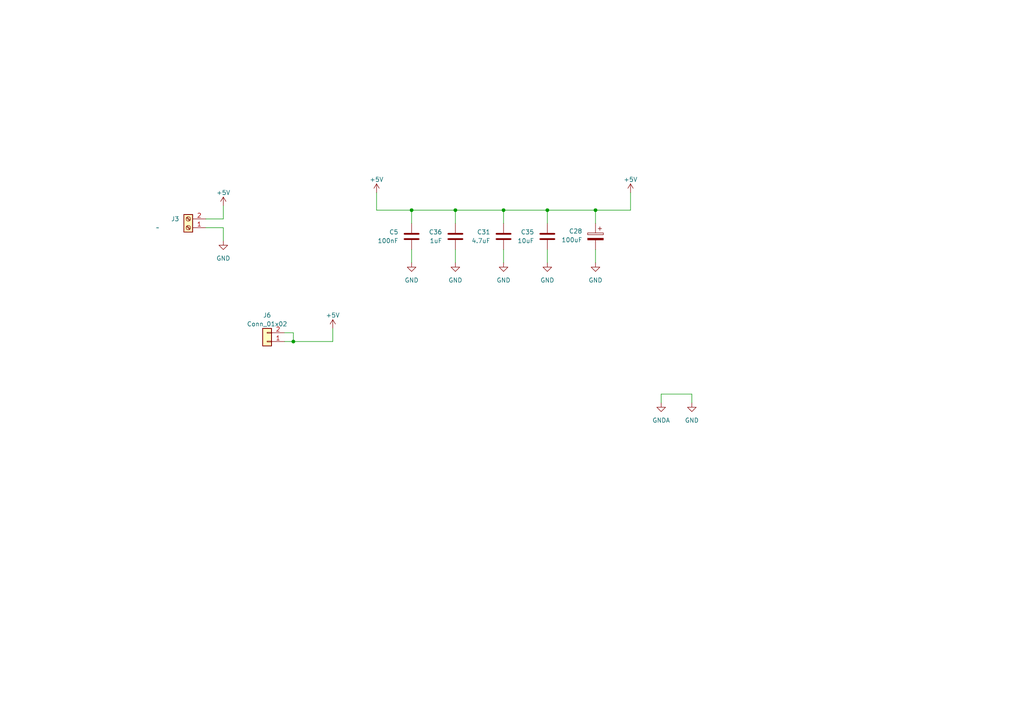
<source format=kicad_sch>
(kicad_sch (version 20230121) (generator eeschema)
  (paper "A4")
  (lib_symbols
    (symbol "Connector:Screw_Terminal_01x02" (pin_names (offset 1.016) hide)
      (property "Reference" "J" (at 0 2.54 0))
      (property "Value" "Screw_Terminal_01x02" (at 0 -5.08 0))
      (symbol "Screw_Terminal_01x02_1_1"
        (rectangle (start -1.27 1.27) (end 1.27 -3.81) (stroke (width 0.254)) (fill (type background)))
        (circle (center 0 -2.54) (radius 0.635) (stroke (width 0.1524)))
        (polyline (pts (xy -0.5334 -2.2098) (xy 0.3302 -3.048)) (stroke (width 0.1524)))
        (polyline (pts (xy -0.5334 0.3302) (xy 0.3302 -0.508)) (stroke (width 0.1524)))
        (polyline (pts (xy -0.3556 -2.032) (xy 0.508 -2.8702)) (stroke (width 0.1524)))
        (polyline (pts (xy -0.3556 0.508) (xy 0.508 -0.3302)) (stroke (width 0.1524)))
        (circle (center 0 0) (radius 0.635) (stroke (width 0.1524)))
        (pin passive line (at -5.08 0 0) (length 3.81) (name "Pin_1") (number "1"))
        (pin passive line (at -5.08 -2.54 0) (length 3.81) (name "Pin_2") (number "2"))
      )
    )
    (symbol "Connector_Generic:Conn_01x02" (pin_names (offset 1.016) hide)
      (property "Reference" "J" (at 0 2.54 0))
      (property "Value" "Conn_01x02" (at 0 -5.08 0))
      (symbol "Conn_01x02_1_1"
        (rectangle (start -1.27 -2.413) (end 0 -2.667) (stroke (width 0.1524)))
        (rectangle (start -1.27 0.127) (end 0 -0.127) (stroke (width 0.1524)))
        (rectangle (start -1.27 1.27) (end 1.27 -3.81) (stroke (width 0.254)) (fill (type background)))
        (pin passive line (at -5.08 0 0) (length 3.81) (name "Pin_1") (number "1"))
        (pin passive line (at -5.08 -2.54 0) (length 3.81) (name "Pin_2") (number "2"))
      )
    )
    (symbol "Device:C" (pin_numbers hide) (pin_names (offset 0.254))
      (property "Reference" "C" (at 0.635 2.54 0))
      (property "Value" "C" (at 0.635 -2.54 0))
      (symbol "C_0_1"
        (polyline (pts (xy -2.032 -0.762) (xy 2.032 -0.762)) (stroke (width 0.508)))
        (polyline (pts (xy -2.032 0.762) (xy 2.032 0.762)) (stroke (width 0.508)))
      )
      (symbol "C_1_1"
        (pin passive line (at 0 3.81 270) (length 2.794) (name "~") (number "1"))
        (pin passive line (at 0 -3.81 90) (length 2.794) (name "~") (number "2"))
      )
    )
    (symbol "Device:C_Polarized" (pin_numbers hide) (pin_names (offset 0.254))
      (property "Reference" "C" (at 0.635 2.54 0))
      (property "Value" "C_Polarized" (at 0.635 -2.54 0))
      (symbol "C_Polarized_0_1"
        (rectangle (start -2.286 0.508) (end 2.286 1.016))
        (polyline (pts (xy -1.778 2.286) (xy -0.762 2.286)))
        (polyline (pts (xy -1.27 2.794) (xy -1.27 1.778)))
        (rectangle (start 2.286 -0.508) (end -2.286 -1.016) (fill (type outline)))
      )
      (symbol "C_Polarized_1_1"
        (pin passive line (at 0 3.81 270) (length 2.794) (name "~") (number "1"))
        (pin passive line (at 0 -3.81 90) (length 2.794) (name "~") (number "2"))
      )
    )
    (symbol "power:+5V" (power) (pin_names (offset 0))
      (property "Value" "+5V" (at 0 3.556 0))
      (symbol "+5V_0_1"
        (polyline (pts (xy -0.762 1.27) (xy 0 2.54)))
        (polyline (pts (xy 0 0) (xy 0 2.54)))
        (polyline (pts (xy 0 2.54) (xy 0.762 1.27)))
      )
      (symbol "+5V_1_1"
        (pin power_in line (at 0 0 90) (length 0) hide (name "+5V") (number "1"))
      )
    )
    (symbol "power:GND" (power) (pin_names (offset 0))
      (property "Value" "GND" (at 0 -3.81 0))
      (symbol "GND_0_1"
        (polyline (pts (xy 0 0) (xy 0 -1.27) (xy 1.27 -1.27) (xy 0 -2.54) (xy -1.27 -1.27) (xy 0 -1.27)))
      )
      (symbol "GND_1_1"
        (pin power_in line (at 0 0 270) (length 0) hide (name "GND") (number "1"))
      )
    )
    (symbol "power:GNDA" (power) (pin_names (offset 0))
      (property "Value" "GNDA" (at 0 -3.81 0))
      (symbol "GNDA_0_1"
        (polyline (pts (xy 0 0) (xy 0 -1.27) (xy 1.27 -1.27) (xy 0 -2.54) (xy -1.27 -1.27) (xy 0 -1.27)))
      )
      (symbol "GNDA_1_1"
        (pin power_in line (at 0 0 270) (length 0) hide (name "GNDA") (number "1"))
      )
    )
  )
  (junction (at 119.38 60.96))
  (junction (at 146.05 60.96))
  (junction (at 158.75 60.96))
  (junction (at 172.72 60.96))
  (junction (at 132.08 60.96))
  (junction (at 85.09 99.06))
  (wire (pts (xy 59.69 63.5) (xy 64.77 63.5)))
  (wire (pts (xy 132.08 72.39) (xy 132.08 76.2)))
  (wire (pts (xy 85.09 99.06) (xy 96.52 99.06)))
  (wire (pts (xy 119.38 72.39) (xy 119.38 76.2)))
  (wire (pts (xy 172.72 60.96) (xy 172.72 64.77)))
  (wire (pts (xy 82.55 96.52) (xy 85.09 96.52)))
  (wire (pts (xy 146.05 72.39) (xy 146.05 76.2)))
  (wire (pts (xy 82.55 99.06) (xy 85.09 99.06)))
  (wire (pts (xy 158.75 72.39) (xy 158.75 76.2)))
  (wire (pts (xy 85.09 96.52) (xy 85.09 99.06)))
  (wire (pts (xy 119.38 60.96) (xy 132.08 60.96)))
  (wire (pts (xy 158.75 60.96) (xy 158.75 64.77)))
  (wire (pts (xy 64.77 63.5) (xy 64.77 59.69)))
  (wire (pts (xy 172.72 72.39) (xy 172.72 76.2)))
  (wire (pts (xy 182.88 60.96) (xy 182.88 55.88)))
  (wire (pts (xy 132.08 60.96) (xy 132.08 64.77)))
  (wire (pts (xy 96.52 99.06) (xy 96.52 95.25)))
  (wire (pts (xy 172.72 60.96) (xy 182.88 60.96)))
  (wire (pts (xy 200.66 114.3) (xy 191.77 114.3)))
  (wire (pts (xy 59.69 66.04) (xy 64.77 66.04)))
  (wire (pts (xy 146.05 60.96) (xy 146.05 64.77)))
  (wire (pts (xy 146.05 60.96) (xy 158.75 60.96)))
  (wire (pts (xy 64.77 66.04) (xy 64.77 69.85)))
  (wire (pts (xy 119.38 60.96) (xy 119.38 64.77)))
  (wire (pts (xy 200.66 116.84) (xy 200.66 114.3)))
  (wire (pts (xy 109.22 60.96) (xy 119.38 60.96)))
  (wire (pts (xy 132.08 60.96) (xy 146.05 60.96)))
  (wire (pts (xy 109.22 60.96) (xy 109.22 55.88)))
  (wire (pts (xy 191.77 114.3) (xy 191.77 116.84)))
  (wire (pts (xy 158.75 60.96) (xy 172.72 60.96)))
  (symbol (lib_id "Device:C_Polarized") (at 172.72 68.58 0) (mirror y) (unit 1)
    (property "Reference" "C28" (at 168.91 67.056 0) (effects (justify left)))
    (property "Value" "100uF" (at 168.91 69.596 0) (effects (justify left)))
    (property "Footprint" "Capacitor_SMD:CP_Elec_8x10" (effects hide))
    (property "LCSC" "C340742" (effects hide))
  )
  (symbol (lib_id "Connector_Generic:Conn_01x02") (at 77.47 99.06 180) (unit 1)
    (property "Reference" "J6" (at 77.47 91.44 0))
    (property "Value" "Conn_01x02" (at 77.47 93.98 0))
    (property "Footprint" "Connector_PinSocket_2.54mm:PinSocket_1x02_P2.54mm_Vertical" (effects hide))
  )
  (symbol (lib_id "Device:C") (at 119.38 68.58 0) (mirror y) (unit 1)
    (property "Reference" "C5" (at 115.57 67.31 0) (effects (justify left)))
    (property "Value" "100nF" (at 115.57 69.85 0) (effects (justify left)))
    (property "Footprint" "Capacitor_SMD:C_0805_2012Metric" (effects hide))
    (property "LCSC" "C599848" (effects hide))
    (instances (project "ledian-support-board" (path "" (reference "C5") (unit 1)) (path "" (reference "C32") (unit 1)) (path "" (reference "C30") (unit 1))))
  )
  (symbol (lib_id "power:+5V") (at 109.22 55.88 0) (unit 1)
    (property "Reference" "#PWR070" (effects hide))
    (property "Value" "+5V" (at 109.22 52.07 0))
    (instances (project "ledian-support-board" (path "" (reference "#PWR070") (unit 1)) (path "" (reference "#PWR025") (unit 1))))
  )
  (symbol (lib_id "power:+5V") (at 96.52 95.25 0) (unit 1)
    (property "Reference" "#PWR070" (effects hide))
    (property "Value" "+5V" (at 96.52 91.44 0))
    (instances (project "ledian-support-board" (path "" (reference "#PWR070") (unit 1)) (path "" (reference "#PWR045") (unit 1))))
  )
  (symbol (lib_id "power:+5V") (at 64.77 59.69 0) (unit 1)
    (property "Reference" "#PWR070" (effects hide))
    (property "Value" "+5V" (at 64.77 55.88 0))
    (instances (project "ledian-support-board" (path "" (reference "#PWR070") (unit 1)) (path "" (reference "#PWR024") (unit 1))))
  )
  (symbol (lib_id "power:GND") (at 64.77 69.85 0) (unit 1)
    (property "Reference" "#PWR01" (effects hide))
    (property "Value" "GND" (at 64.77 74.93 0))
    (instances (project "ledian-support-board" (path "" (reference "#PWR01") (unit 1)) (path "" (reference "#PWR01") (unit 1)) (path "" (reference "#PWR08") (unit 1)) (path "" (reference "#PWR086") (unit 1))))
  )
  (symbol (lib_id "Device:C") (at 132.08 68.58 0) (mirror y) (unit 1)
    (property "Reference" "C36" (at 128.27 67.31 0) (effects (justify left)))
    (property "Value" "1uF" (at 128.27 69.85 0) (effects (justify left)))
    (property "Footprint" "Capacitor_SMD:C_1206_3216Metric" (effects hide))
    (property "LCSC" "C77099" (effects hide))
  )
  (symbol (lib_id "power:GND") (at 132.08 76.2 0) (unit 1)
    (property "Reference" "#PWR01" (effects hide))
    (property "Value" "GND" (at 132.08 81.28 0))
    (instances (project "ledian-support-board" (path "" (reference "#PWR01") (unit 1)) (path "" (reference "#PWR01") (unit 1)) (path "" (reference "#PWR08") (unit 1)) (path "" (reference "#PWR027") (unit 1))))
  )
  (symbol (lib_id "Device:C") (at 146.05 68.58 0) (mirror y) (unit 1)
    (property "Reference" "C31" (at 142.24 67.31 0) (effects (justify left)))
    (property "Value" "4.7uF" (at 142.24 69.85 0) (effects (justify left)))
    (property "Footprint" "Capacitor_SMD:C_1206_3216Metric" (effects hide))
    (property "LCSC" "C77096" (effects hide))
  )
  (symbol (lib_id "power:GND") (at 172.72 76.2 0) (unit 1)
    (property "Reference" "#PWR01" (effects hide))
    (property "Value" "GND" (at 172.72 81.28 0))
    (instances (project "ledian-support-board" (path "" (reference "#PWR01") (unit 1)) (path "" (reference "#PWR01") (unit 1)) (path "" (reference "#PWR08") (unit 1)) (path "" (reference "#PWR032") (unit 1))))
  )
  (symbol (lib_id "power:GNDA") (at 191.77 116.84 0) (unit 1)
    (property "Reference" "#PWR03" (effects hide))
    (property "Value" "GNDA" (at 191.77 121.92 0))
    (instances (project "ledian-support-board" (path "" (reference "#PWR03") (unit 1)) (path "" (reference "#PWR07") (unit 1)) (path "" (reference "#PWR015") (unit 1)) (path "" (reference "#PWR091") (unit 1))))
  )
  (symbol (lib_id "Device:C") (at 158.75 68.58 0) (mirror y) (unit 1)
    (property "Reference" "C35" (at 154.94 67.31 0) (effects (justify left)))
    (property "Value" "10uF" (at 154.94 69.85 0) (effects (justify left)))
    (property "Footprint" "Capacitor_SMD:C_1210_3225Metric" (effects hide))
    (property "LCSC" "C576517" (effects hide))
  )
  (symbol (lib_id "power:+5V") (at 182.88 55.88 0) (unit 1)
    (property "Reference" "#PWR070" (effects hide))
    (property "Value" "+5V" (at 182.88 52.07 0))
    (instances (project "ledian-support-board" (path "" (reference "#PWR070") (unit 1)) (path "" (reference "#PWR087") (unit 1))))
  )
  (symbol (lib_id "power:GND") (at 119.38 76.2 0) (unit 1)
    (property "Reference" "#PWR01" (effects hide))
    (property "Value" "GND" (at 119.38 81.28 0))
    (instances (project "ledian-support-board" (path "" (reference "#PWR01") (unit 1)) (path "" (reference "#PWR01") (unit 1)) (path "" (reference "#PWR08") (unit 1)) (path "" (reference "#PWR030") (unit 1))))
  )
  (symbol (lib_id "power:GND") (at 200.66 116.84 0) (unit 1)
    (property "Reference" "#PWR01" (effects hide))
    (property "Value" "GND" (at 200.66 121.92 0))
    (instances (project "ledian-support-board" (path "" (reference "#PWR01") (unit 1)) (path "" (reference "#PWR01") (unit 1)) (path "" (reference "#PWR08") (unit 1)) (path "" (reference "#PWR093") (unit 1))))
  )
  (symbol (lib_id "Connector:Screw_Terminal_01x02") (at 54.61 66.04 180) (unit 1)
    (property "Reference" "J3" (at 50.8 63.5 0))
    (property "Value" "~" (at 45.72 66.04 0))
    (property "Footprint" "TerminalBlock_RND:TerminalBlock_RND_205-00045_1x02_P5.00mm_Horizontal" (effects hide))
  )
  (symbol (lib_id "power:GND") (at 158.75 76.2 0) (unit 1)
    (property "Reference" "#PWR01" (effects hide))
    (property "Value" "GND" (at 158.75 81.28 0))
    (instances (project "ledian-support-board" (path "" (reference "#PWR01") (unit 1)) (path "" (reference "#PWR01") (unit 1)) (path "" (reference "#PWR08") (unit 1)) (path "" (reference "#PWR028") (unit 1))))
  )
  (symbol (lib_id "power:GND") (at 146.05 76.2 0) (unit 1)
    (property "Reference" "#PWR01" (effects hide))
    (property "Value" "GND" (at 146.05 81.28 0))
    (instances (project "ledian-support-board" (path "" (reference "#PWR01") (unit 1)) (path "" (reference "#PWR01") (unit 1)) (path "" (reference "#PWR08") (unit 1)) (path "" (reference "#PWR035") (unit 1))))
  )
)
</source>
